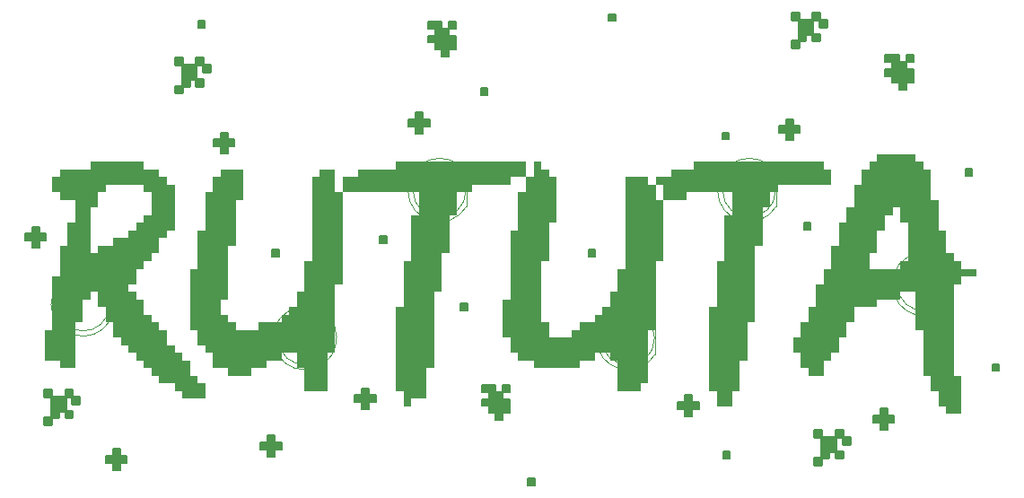
<source format=gbr>
%TF.GenerationSoftware,KiCad,Pcbnew,(6.0.2)*%
%TF.CreationDate,2022-03-15T12:48:44+01:00*%
%TF.ProjectId,ruetueta-pcb,72756574-7565-4746-912d-7063622e6b69,rev?*%
%TF.SameCoordinates,Original*%
%TF.FileFunction,Legend,Top*%
%TF.FilePolarity,Positive*%
%FSLAX46Y46*%
G04 Gerber Fmt 4.6, Leading zero omitted, Abs format (unit mm)*
G04 Created by KiCad (PCBNEW (6.0.2)) date 2022-03-15 12:48:44*
%MOMM*%
%LPD*%
G01*
G04 APERTURE LIST*
%ADD10C,0.264582*%
%ADD11C,0.132291*%
%ADD12C,0.120000*%
%ADD13O,1.600000X3.175000*%
%ADD14O,3.175000X1.600000*%
%ADD15O,3.175000X2.120000*%
%ADD16R,3.175000X2.120000*%
%ADD17R,2.705000X1.600000*%
%ADD18O,2.610000X1.600000*%
%ADD19R,2.020000X1.270000*%
%ADD20O,2.655000X1.270000*%
%ADD21O,2.020000X1.270000*%
%ADD22R,1.600000X2.705000*%
%ADD23O,1.600000X2.610000*%
%ADD24R,2.170000X2.805000*%
%ADD25O,2.805000X2.805000*%
G04 APERTURE END LIST*
D10*
%TO.C,REF\u002A\u002A*%
X234205399Y-69073068D02*
X234205399Y-69734526D01*
X234205399Y-69734526D02*
X234866857Y-69734526D01*
X234866857Y-69734526D02*
X234866857Y-69073068D01*
X234866857Y-69073068D02*
X234205399Y-69073068D01*
X234205399Y-69073068D02*
X234205399Y-69073068D01*
G36*
X234866857Y-69734526D02*
G01*
X234205399Y-69734526D01*
X234205399Y-69073068D01*
X234866857Y-69073068D01*
X234866857Y-69734526D01*
G37*
X234866857Y-69734526D02*
X234205399Y-69734526D01*
X234205399Y-69073068D01*
X234866857Y-69073068D01*
X234866857Y-69734526D01*
X234866857Y-67750151D02*
X234866857Y-68411610D01*
X234866857Y-68411610D02*
X235528316Y-68411610D01*
X235528316Y-68411610D02*
X235528316Y-67750151D01*
X235528316Y-67750151D02*
X234866857Y-67750151D01*
X234866857Y-67750151D02*
X234866857Y-67750151D01*
G36*
X235528316Y-68411610D02*
G01*
X234866857Y-68411610D01*
X234866857Y-67750151D01*
X235528316Y-67750151D01*
X235528316Y-68411610D01*
G37*
X235528316Y-68411610D02*
X234866857Y-68411610D01*
X234866857Y-67750151D01*
X235528316Y-67750151D01*
X235528316Y-68411610D01*
X234205399Y-67750151D02*
X234866857Y-67750151D01*
X234866857Y-67750151D02*
X234866857Y-67088693D01*
X234866857Y-67088693D02*
X234205399Y-67088693D01*
X234205399Y-67088693D02*
X234205399Y-67750151D01*
X234205399Y-67750151D02*
X234205399Y-67750151D01*
G36*
X234866857Y-67750151D02*
G01*
X234205399Y-67750151D01*
X234205399Y-67088693D01*
X234866857Y-67088693D01*
X234866857Y-67750151D01*
G37*
X234866857Y-67750151D02*
X234205399Y-67750151D01*
X234205399Y-67088693D01*
X234866857Y-67088693D01*
X234866857Y-67750151D01*
X232221024Y-67088693D02*
X232221024Y-67750151D01*
X232221024Y-67750151D02*
X232882482Y-67750151D01*
X232882482Y-67750151D02*
X232882482Y-67088693D01*
X232882482Y-67088693D02*
X232221024Y-67088693D01*
X232221024Y-67088693D02*
X232221024Y-67088693D01*
G36*
X232882482Y-67750151D02*
G01*
X232221024Y-67750151D01*
X232221024Y-67088693D01*
X232882482Y-67088693D01*
X232882482Y-67750151D01*
G37*
X232882482Y-67750151D02*
X232221024Y-67750151D01*
X232221024Y-67088693D01*
X232882482Y-67088693D01*
X232882482Y-67750151D01*
X232882482Y-67750151D02*
X232882482Y-69073068D01*
X232882482Y-69073068D02*
X232882482Y-69734526D01*
X232882482Y-69734526D02*
X233543941Y-69734526D01*
X233543941Y-69734526D02*
X233543941Y-69073068D01*
X233543941Y-69073068D02*
X234205399Y-69073068D01*
X234205399Y-69073068D02*
X234205399Y-68411610D01*
X234205399Y-68411610D02*
X234205399Y-67750151D01*
X234205399Y-67750151D02*
X232882482Y-67750151D01*
X232882482Y-67750151D02*
X232882482Y-67750151D01*
G36*
X234205399Y-69073068D02*
G01*
X233543941Y-69073068D01*
X233543941Y-69734526D01*
X232882482Y-69734526D01*
X232882482Y-67750151D01*
X234205399Y-67750151D01*
X234205399Y-69073068D01*
G37*
X234205399Y-69073068D02*
X233543941Y-69073068D01*
X233543941Y-69734526D01*
X232882482Y-69734526D01*
X232882482Y-67750151D01*
X234205399Y-67750151D01*
X234205399Y-69073068D01*
X232882482Y-69734526D02*
X232221024Y-69734526D01*
X232221024Y-69734526D02*
X232221024Y-70395985D01*
X232221024Y-70395985D02*
X232882482Y-70395985D01*
X232882482Y-70395985D02*
X232882482Y-69734526D01*
X232882482Y-69734526D02*
X232882482Y-69734526D01*
G36*
X232882482Y-70395985D02*
G01*
X232221024Y-70395985D01*
X232221024Y-69734526D01*
X232882482Y-69734526D01*
X232882482Y-70395985D01*
G37*
X232882482Y-70395985D02*
X232221024Y-70395985D01*
X232221024Y-69734526D01*
X232882482Y-69734526D01*
X232882482Y-70395985D01*
D11*
X240880399Y-33018350D02*
X241541858Y-33018350D01*
X241541858Y-33018350D02*
X241541858Y-34341266D01*
X241541858Y-34341266D02*
X240880399Y-34341266D01*
X240880399Y-34341266D02*
X240880399Y-33018350D01*
X240880399Y-33018350D02*
X240880399Y-33018350D01*
G36*
X241541858Y-34341266D02*
G01*
X240880399Y-34341266D01*
X240880399Y-33018350D01*
X241541858Y-33018350D01*
X241541858Y-34341266D01*
G37*
X241541858Y-34341266D02*
X240880399Y-34341266D01*
X240880399Y-33018350D01*
X241541858Y-33018350D01*
X241541858Y-34341266D01*
X240218941Y-33679808D02*
X240880399Y-33679808D01*
X240880399Y-33679808D02*
X240880399Y-35002725D01*
X240880399Y-35002725D02*
X240218941Y-35002725D01*
X240218941Y-35002725D02*
X240218941Y-33679808D01*
X240218941Y-33679808D02*
X240218941Y-33679808D01*
G36*
X240880399Y-35002725D02*
G01*
X240218941Y-35002725D01*
X240218941Y-33679808D01*
X240880399Y-33679808D01*
X240880399Y-35002725D01*
G37*
X240880399Y-35002725D02*
X240218941Y-35002725D01*
X240218941Y-33679808D01*
X240880399Y-33679808D01*
X240880399Y-35002725D01*
X239557483Y-32356891D02*
X240880399Y-32356891D01*
X240880399Y-32356891D02*
X240880399Y-33679808D01*
X240880399Y-33679808D02*
X239557483Y-33679808D01*
X239557483Y-33679808D02*
X239557483Y-32356891D01*
X239557483Y-32356891D02*
X239557483Y-32356891D01*
G36*
X240880399Y-33679808D02*
G01*
X239557483Y-33679808D01*
X239557483Y-32356891D01*
X240880399Y-32356891D01*
X240880399Y-33679808D01*
G37*
X240880399Y-33679808D02*
X239557483Y-33679808D01*
X239557483Y-32356891D01*
X240880399Y-32356891D01*
X240880399Y-33679808D01*
X240880399Y-31695433D02*
X241541858Y-31695433D01*
X241541858Y-31695433D02*
X241541858Y-32356891D01*
X241541858Y-32356891D02*
X240880399Y-32356891D01*
X240880399Y-32356891D02*
X240880399Y-31695433D01*
X240880399Y-31695433D02*
X240880399Y-31695433D01*
G36*
X241541858Y-32356891D02*
G01*
X240880399Y-32356891D01*
X240880399Y-31695433D01*
X241541858Y-31695433D01*
X241541858Y-32356891D01*
G37*
X241541858Y-32356891D02*
X240880399Y-32356891D01*
X240880399Y-31695433D01*
X241541858Y-31695433D01*
X241541858Y-32356891D01*
X238896024Y-33018350D02*
X239557483Y-33018350D01*
X239557483Y-33018350D02*
X239557483Y-33679808D01*
X239557483Y-33679808D02*
X238896024Y-33679808D01*
X238896024Y-33679808D02*
X238896024Y-33018350D01*
X238896024Y-33018350D02*
X238896024Y-33018350D01*
G36*
X239557483Y-33679808D02*
G01*
X238896024Y-33679808D01*
X238896024Y-33018350D01*
X239557483Y-33018350D01*
X239557483Y-33679808D01*
G37*
X239557483Y-33679808D02*
X238896024Y-33679808D01*
X238896024Y-33018350D01*
X239557483Y-33018350D01*
X239557483Y-33679808D01*
X239557483Y-33679808D02*
X240218941Y-33679808D01*
X240218941Y-33679808D02*
X240218941Y-34341266D01*
X240218941Y-34341266D02*
X239557483Y-34341266D01*
X239557483Y-34341266D02*
X239557483Y-33679808D01*
X239557483Y-33679808D02*
X239557483Y-33679808D01*
G36*
X240218941Y-34341266D02*
G01*
X239557483Y-34341266D01*
X239557483Y-33679808D01*
X240218941Y-33679808D01*
X240218941Y-34341266D01*
G37*
X240218941Y-34341266D02*
X239557483Y-34341266D01*
X239557483Y-33679808D01*
X240218941Y-33679808D01*
X240218941Y-34341266D01*
X238896024Y-31695433D02*
X240218941Y-31695433D01*
X240218941Y-31695433D02*
X240218941Y-32356891D01*
X240218941Y-32356891D02*
X238896024Y-32356891D01*
X238896024Y-32356891D02*
X238896024Y-31695433D01*
X238896024Y-31695433D02*
X238896024Y-31695433D01*
G36*
X240218941Y-32356891D02*
G01*
X238896024Y-32356891D01*
X238896024Y-31695433D01*
X240218941Y-31695433D01*
X240218941Y-32356891D01*
G37*
X240218941Y-32356891D02*
X238896024Y-32356891D01*
X238896024Y-31695433D01*
X240218941Y-31695433D01*
X240218941Y-32356891D01*
D12*
%TO.C,D2*%
X217190000Y-59965000D02*
X217190000Y-56875000D01*
X211640000Y-58419538D02*
G75*
G03*
X217190000Y-59964830I2990000J-462D01*
G01*
X217190000Y-56875170D02*
G75*
G03*
X211640000Y-58420462I-2560000J-1544830D01*
G01*
X217130000Y-58420000D02*
G75*
G03*
X217130000Y-58420000I-2500000J0D01*
G01*
%TO.C,D5*%
X199410000Y-45995000D02*
X199410000Y-42905000D01*
X193860000Y-44449538D02*
G75*
G03*
X199410000Y-45994830I2990000J-462D01*
G01*
X199410000Y-42905170D02*
G75*
G03*
X193860000Y-44450462I-2560000J-1544830D01*
G01*
X199350000Y-44450000D02*
G75*
G03*
X199350000Y-44450000I-2500000J0D01*
G01*
D11*
%TO.C,REF\u002A\u002A*%
X180640243Y-67593433D02*
X180640243Y-68254892D01*
X180640243Y-68254892D02*
X179978784Y-68254892D01*
X179978784Y-68254892D02*
X179978784Y-68916350D01*
X179978784Y-68916350D02*
X180640243Y-68916350D01*
X180640243Y-68916350D02*
X180640243Y-69577808D01*
X180640243Y-69577808D02*
X181301701Y-69577808D01*
X181301701Y-69577808D02*
X181301701Y-68916350D01*
X181301701Y-68916350D02*
X181963159Y-68916350D01*
X181963159Y-68916350D02*
X181963159Y-68254892D01*
X181963159Y-68254892D02*
X181301701Y-68254892D01*
X181301701Y-68254892D02*
X181301701Y-67593433D01*
X181301701Y-67593433D02*
X180640243Y-67593433D01*
X180640243Y-67593433D02*
X180640243Y-67593433D01*
G36*
X181301701Y-68254892D02*
G01*
X181963159Y-68254892D01*
X181963159Y-68916350D01*
X181301701Y-68916350D01*
X181301701Y-69577808D01*
X180640243Y-69577808D01*
X180640243Y-68916350D01*
X179978784Y-68916350D01*
X179978784Y-68254892D01*
X180640243Y-68254892D01*
X180640243Y-67593433D01*
X181301701Y-67593433D01*
X181301701Y-68254892D01*
G37*
X181301701Y-68254892D02*
X181963159Y-68254892D01*
X181963159Y-68916350D01*
X181301701Y-68916350D01*
X181301701Y-69577808D01*
X180640243Y-69577808D01*
X180640243Y-68916350D01*
X179978784Y-68916350D01*
X179978784Y-68254892D01*
X180640243Y-68254892D01*
X180640243Y-67593433D01*
X181301701Y-67593433D01*
X181301701Y-68254892D01*
D12*
%TO.C,D1*%
X165755000Y-56790000D02*
X165755000Y-53700000D01*
X165755000Y-53700170D02*
G75*
G03*
X160205000Y-55245462I-2560000J-1544830D01*
G01*
X160205000Y-55244538D02*
G75*
G03*
X165755000Y-56789830I2990000J-462D01*
G01*
X165695000Y-55245000D02*
G75*
G03*
X165695000Y-55245000I-2500000J0D01*
G01*
D10*
%TO.C,REF\u002A\u002A*%
X173880399Y-32630301D02*
X174541857Y-32630301D01*
X174541857Y-32630301D02*
X174541857Y-31968843D01*
X174541857Y-31968843D02*
X173880399Y-31968843D01*
X173880399Y-31968843D02*
X173880399Y-32630301D01*
X173880399Y-32630301D02*
X173880399Y-32630301D01*
G36*
X174541857Y-32630301D02*
G01*
X173880399Y-32630301D01*
X173880399Y-31968843D01*
X174541857Y-31968843D01*
X174541857Y-32630301D01*
G37*
X174541857Y-32630301D02*
X173880399Y-32630301D01*
X173880399Y-31968843D01*
X174541857Y-31968843D01*
X174541857Y-32630301D01*
X172557482Y-32630301D02*
X172557482Y-33953218D01*
X172557482Y-33953218D02*
X172557482Y-34614676D01*
X172557482Y-34614676D02*
X173218941Y-34614676D01*
X173218941Y-34614676D02*
X173218941Y-33953218D01*
X173218941Y-33953218D02*
X173880399Y-33953218D01*
X173880399Y-33953218D02*
X173880399Y-33291760D01*
X173880399Y-33291760D02*
X173880399Y-32630301D01*
X173880399Y-32630301D02*
X172557482Y-32630301D01*
X172557482Y-32630301D02*
X172557482Y-32630301D01*
G36*
X173880399Y-33953218D02*
G01*
X173218941Y-33953218D01*
X173218941Y-34614676D01*
X172557482Y-34614676D01*
X172557482Y-32630301D01*
X173880399Y-32630301D01*
X173880399Y-33953218D01*
G37*
X173880399Y-33953218D02*
X173218941Y-33953218D01*
X173218941Y-34614676D01*
X172557482Y-34614676D01*
X172557482Y-32630301D01*
X173880399Y-32630301D01*
X173880399Y-33953218D01*
X171896024Y-31968843D02*
X171896024Y-32630301D01*
X171896024Y-32630301D02*
X172557482Y-32630301D01*
X172557482Y-32630301D02*
X172557482Y-31968843D01*
X172557482Y-31968843D02*
X171896024Y-31968843D01*
X171896024Y-31968843D02*
X171896024Y-31968843D01*
G36*
X172557482Y-32630301D02*
G01*
X171896024Y-32630301D01*
X171896024Y-31968843D01*
X172557482Y-31968843D01*
X172557482Y-32630301D01*
G37*
X172557482Y-32630301D02*
X171896024Y-32630301D01*
X171896024Y-31968843D01*
X172557482Y-31968843D01*
X172557482Y-32630301D01*
X173880399Y-33953218D02*
X173880399Y-34614676D01*
X173880399Y-34614676D02*
X174541857Y-34614676D01*
X174541857Y-34614676D02*
X174541857Y-33953218D01*
X174541857Y-33953218D02*
X173880399Y-33953218D01*
X173880399Y-33953218D02*
X173880399Y-33953218D01*
G36*
X174541857Y-34614676D02*
G01*
X173880399Y-34614676D01*
X173880399Y-33953218D01*
X174541857Y-33953218D01*
X174541857Y-34614676D01*
G37*
X174541857Y-34614676D02*
X173880399Y-34614676D01*
X173880399Y-33953218D01*
X174541857Y-33953218D01*
X174541857Y-34614676D01*
X172557482Y-34614676D02*
X171896024Y-34614676D01*
X171896024Y-34614676D02*
X171896024Y-35276135D01*
X171896024Y-35276135D02*
X172557482Y-35276135D01*
X172557482Y-35276135D02*
X172557482Y-34614676D01*
X172557482Y-34614676D02*
X172557482Y-34614676D01*
G36*
X172557482Y-35276135D02*
G01*
X171896024Y-35276135D01*
X171896024Y-34614676D01*
X172557482Y-34614676D01*
X172557482Y-35276135D01*
G37*
X172557482Y-35276135D02*
X171896024Y-35276135D01*
X171896024Y-34614676D01*
X172557482Y-34614676D01*
X172557482Y-35276135D01*
X174541857Y-32630301D02*
X174541857Y-33291760D01*
X174541857Y-33291760D02*
X175203316Y-33291760D01*
X175203316Y-33291760D02*
X175203316Y-32630301D01*
X175203316Y-32630301D02*
X174541857Y-32630301D01*
X174541857Y-32630301D02*
X174541857Y-32630301D01*
G36*
X175203316Y-33291760D02*
G01*
X174541857Y-33291760D01*
X174541857Y-32630301D01*
X175203316Y-32630301D01*
X175203316Y-33291760D01*
G37*
X175203316Y-33291760D02*
X174541857Y-33291760D01*
X174541857Y-32630301D01*
X175203316Y-32630301D01*
X175203316Y-33291760D01*
D12*
%TO.C,D3*%
X185695000Y-55860000D02*
X182605000Y-55860000D01*
X184149538Y-61410000D02*
G75*
G03*
X185694830Y-55860000I462J2990000D01*
G01*
X182605170Y-55860000D02*
G75*
G03*
X184150462Y-61410000I1544830J-2560000D01*
G01*
X186650000Y-58420000D02*
G75*
G03*
X186650000Y-58420000I-2500000J0D01*
G01*
D11*
%TO.C,REF\u002A\u002A*%
X158415243Y-47908433D02*
X158415243Y-48569892D01*
X158415243Y-48569892D02*
X157753784Y-48569892D01*
X157753784Y-48569892D02*
X157753784Y-49231350D01*
X157753784Y-49231350D02*
X158415243Y-49231350D01*
X158415243Y-49231350D02*
X158415243Y-49892808D01*
X158415243Y-49892808D02*
X159076701Y-49892808D01*
X159076701Y-49892808D02*
X159076701Y-49231350D01*
X159076701Y-49231350D02*
X159738159Y-49231350D01*
X159738159Y-49231350D02*
X159738159Y-48569892D01*
X159738159Y-48569892D02*
X159076701Y-48569892D01*
X159076701Y-48569892D02*
X159076701Y-47908433D01*
X159076701Y-47908433D02*
X158415243Y-47908433D01*
X158415243Y-47908433D02*
X158415243Y-47908433D01*
G36*
X159076701Y-48569892D02*
G01*
X159738159Y-48569892D01*
X159738159Y-49231350D01*
X159076701Y-49231350D01*
X159076701Y-49892808D01*
X158415243Y-49892808D01*
X158415243Y-49231350D01*
X157753784Y-49231350D01*
X157753784Y-48569892D01*
X158415243Y-48569892D01*
X158415243Y-47908433D01*
X159076701Y-47908433D01*
X159076701Y-48569892D01*
G37*
X159076701Y-48569892D02*
X159738159Y-48569892D01*
X159738159Y-49231350D01*
X159076701Y-49231350D01*
X159076701Y-49892808D01*
X158415243Y-49892808D01*
X158415243Y-49231350D01*
X157753784Y-49231350D01*
X157753784Y-48569892D01*
X158415243Y-48569892D01*
X158415243Y-47908433D01*
X159076701Y-47908433D01*
X159076701Y-48569892D01*
X205171321Y-71663856D02*
X205832779Y-71663856D01*
X205832779Y-71663856D02*
X205832779Y-72325314D01*
X205832779Y-72325314D02*
X205171321Y-72325314D01*
X205171321Y-72325314D02*
X205171321Y-71663856D01*
X205171321Y-71663856D02*
X205171321Y-71663856D01*
G36*
X205832779Y-72325314D02*
G01*
X205171321Y-72325314D01*
X205171321Y-71663856D01*
X205832779Y-71663856D01*
X205832779Y-72325314D01*
G37*
X205832779Y-72325314D02*
X205171321Y-72325314D01*
X205171321Y-71663856D01*
X205832779Y-71663856D01*
X205832779Y-72325314D01*
X189530243Y-63148433D02*
X189530243Y-63809892D01*
X189530243Y-63809892D02*
X188868784Y-63809892D01*
X188868784Y-63809892D02*
X188868784Y-64471350D01*
X188868784Y-64471350D02*
X189530243Y-64471350D01*
X189530243Y-64471350D02*
X189530243Y-65132808D01*
X189530243Y-65132808D02*
X190191701Y-65132808D01*
X190191701Y-65132808D02*
X190191701Y-64471350D01*
X190191701Y-64471350D02*
X190853159Y-64471350D01*
X190853159Y-64471350D02*
X190853159Y-63809892D01*
X190853159Y-63809892D02*
X190191701Y-63809892D01*
X190191701Y-63809892D02*
X190191701Y-63148433D01*
X190191701Y-63148433D02*
X189530243Y-63148433D01*
X189530243Y-63148433D02*
X189530243Y-63148433D01*
G36*
X190191701Y-63809892D02*
G01*
X190853159Y-63809892D01*
X190853159Y-64471350D01*
X190191701Y-64471350D01*
X190191701Y-65132808D01*
X189530243Y-65132808D01*
X189530243Y-64471350D01*
X188868784Y-64471350D01*
X188868784Y-63809892D01*
X189530243Y-63809892D01*
X189530243Y-63148433D01*
X190191701Y-63148433D01*
X190191701Y-63809892D01*
G37*
X190191701Y-63809892D02*
X190853159Y-63809892D01*
X190853159Y-64471350D01*
X190191701Y-64471350D01*
X190191701Y-65132808D01*
X189530243Y-65132808D01*
X189530243Y-64471350D01*
X188868784Y-64471350D01*
X188868784Y-63809892D01*
X189530243Y-63809892D01*
X189530243Y-63148433D01*
X190191701Y-63148433D01*
X190191701Y-63809892D01*
X166035243Y-68863433D02*
X166035243Y-69524892D01*
X166035243Y-69524892D02*
X165373784Y-69524892D01*
X165373784Y-69524892D02*
X165373784Y-70186350D01*
X165373784Y-70186350D02*
X166035243Y-70186350D01*
X166035243Y-70186350D02*
X166035243Y-70847808D01*
X166035243Y-70847808D02*
X166696701Y-70847808D01*
X166696701Y-70847808D02*
X166696701Y-70186350D01*
X166696701Y-70186350D02*
X167358159Y-70186350D01*
X167358159Y-70186350D02*
X167358159Y-69524892D01*
X167358159Y-69524892D02*
X166696701Y-69524892D01*
X166696701Y-69524892D02*
X166696701Y-68863433D01*
X166696701Y-68863433D02*
X166035243Y-68863433D01*
X166035243Y-68863433D02*
X166035243Y-68863433D01*
G36*
X166696701Y-69524892D02*
G01*
X167358159Y-69524892D01*
X167358159Y-70186350D01*
X166696701Y-70186350D01*
X166696701Y-70847808D01*
X166035243Y-70847808D01*
X166035243Y-70186350D01*
X165373784Y-70186350D01*
X165373784Y-69524892D01*
X166035243Y-69524892D01*
X166035243Y-68863433D01*
X166696701Y-68863433D01*
X166696701Y-69524892D01*
G37*
X166696701Y-69524892D02*
X167358159Y-69524892D01*
X167358159Y-70186350D01*
X166696701Y-70186350D01*
X166696701Y-70847808D01*
X166035243Y-70847808D01*
X166035243Y-70186350D01*
X165373784Y-70186350D01*
X165373784Y-69524892D01*
X166035243Y-69524892D01*
X166035243Y-68863433D01*
X166696701Y-68863433D01*
X166696701Y-69524892D01*
X197740921Y-29867911D02*
X198402380Y-29867911D01*
X198402380Y-29867911D02*
X198402380Y-31190827D01*
X198402380Y-31190827D02*
X197740921Y-31190827D01*
X197740921Y-31190827D02*
X197740921Y-29867911D01*
X197740921Y-29867911D02*
X197740921Y-29867911D01*
G36*
X198402380Y-31190827D02*
G01*
X197740921Y-31190827D01*
X197740921Y-29867911D01*
X198402380Y-29867911D01*
X198402380Y-31190827D01*
G37*
X198402380Y-31190827D02*
X197740921Y-31190827D01*
X197740921Y-29867911D01*
X198402380Y-29867911D01*
X198402380Y-31190827D01*
X196418005Y-30529369D02*
X197079463Y-30529369D01*
X197079463Y-30529369D02*
X197079463Y-31190827D01*
X197079463Y-31190827D02*
X196418005Y-31190827D01*
X196418005Y-31190827D02*
X196418005Y-30529369D01*
X196418005Y-30529369D02*
X196418005Y-30529369D01*
G36*
X197079463Y-31190827D02*
G01*
X196418005Y-31190827D01*
X196418005Y-30529369D01*
X197079463Y-30529369D01*
X197079463Y-31190827D01*
G37*
X197079463Y-31190827D02*
X196418005Y-31190827D01*
X196418005Y-30529369D01*
X197079463Y-30529369D01*
X197079463Y-31190827D01*
X197740921Y-28544994D02*
X198402380Y-28544994D01*
X198402380Y-28544994D02*
X198402380Y-29206452D01*
X198402380Y-29206452D02*
X197740921Y-29206452D01*
X197740921Y-29206452D02*
X197740921Y-28544994D01*
X197740921Y-28544994D02*
X197740921Y-28544994D01*
G36*
X198402380Y-29206452D02*
G01*
X197740921Y-29206452D01*
X197740921Y-28544994D01*
X198402380Y-28544994D01*
X198402380Y-29206452D01*
G37*
X198402380Y-29206452D02*
X197740921Y-29206452D01*
X197740921Y-28544994D01*
X198402380Y-28544994D01*
X198402380Y-29206452D01*
X197079463Y-30529369D02*
X197740921Y-30529369D01*
X197740921Y-30529369D02*
X197740921Y-31852286D01*
X197740921Y-31852286D02*
X197079463Y-31852286D01*
X197079463Y-31852286D02*
X197079463Y-30529369D01*
X197079463Y-30529369D02*
X197079463Y-30529369D01*
G36*
X197740921Y-31852286D02*
G01*
X197079463Y-31852286D01*
X197079463Y-30529369D01*
X197740921Y-30529369D01*
X197740921Y-31852286D01*
G37*
X197740921Y-31852286D02*
X197079463Y-31852286D01*
X197079463Y-30529369D01*
X197740921Y-30529369D01*
X197740921Y-31852286D01*
X195756546Y-29867911D02*
X196418005Y-29867911D01*
X196418005Y-29867911D02*
X196418005Y-30529369D01*
X196418005Y-30529369D02*
X195756546Y-30529369D01*
X195756546Y-30529369D02*
X195756546Y-29867911D01*
X195756546Y-29867911D02*
X195756546Y-29867911D01*
G36*
X196418005Y-30529369D02*
G01*
X195756546Y-30529369D01*
X195756546Y-29867911D01*
X196418005Y-29867911D01*
X196418005Y-30529369D01*
G37*
X196418005Y-30529369D02*
X195756546Y-30529369D01*
X195756546Y-29867911D01*
X196418005Y-29867911D01*
X196418005Y-30529369D01*
X195756546Y-28544994D02*
X197079463Y-28544994D01*
X197079463Y-28544994D02*
X197079463Y-29206452D01*
X197079463Y-29206452D02*
X195756546Y-29206452D01*
X195756546Y-29206452D02*
X195756546Y-28544994D01*
X195756546Y-28544994D02*
X195756546Y-28544994D01*
G36*
X197079463Y-29206452D02*
G01*
X195756546Y-29206452D01*
X195756546Y-28544994D01*
X197079463Y-28544994D01*
X197079463Y-29206452D01*
G37*
X197079463Y-29206452D02*
X195756546Y-29206452D01*
X195756546Y-28544994D01*
X197079463Y-28544994D01*
X197079463Y-29206452D01*
X196418005Y-29206452D02*
X197740921Y-29206452D01*
X197740921Y-29206452D02*
X197740921Y-30529369D01*
X197740921Y-30529369D02*
X196418005Y-30529369D01*
X196418005Y-30529369D02*
X196418005Y-29206452D01*
X196418005Y-29206452D02*
X196418005Y-29206452D01*
G36*
X197740921Y-30529369D02*
G01*
X196418005Y-30529369D01*
X196418005Y-29206452D01*
X197740921Y-29206452D01*
X197740921Y-30529369D01*
G37*
X197740921Y-30529369D02*
X196418005Y-30529369D01*
X196418005Y-29206452D01*
X197740921Y-29206452D01*
X197740921Y-30529369D01*
X231206321Y-47533856D02*
X231867779Y-47533856D01*
X231867779Y-47533856D02*
X231867779Y-48195314D01*
X231867779Y-48195314D02*
X231206321Y-48195314D01*
X231206321Y-48195314D02*
X231206321Y-47533856D01*
X231206321Y-47533856D02*
X231206321Y-47533856D01*
G36*
X231867779Y-48195314D02*
G01*
X231206321Y-48195314D01*
X231206321Y-47533856D01*
X231867779Y-47533856D01*
X231867779Y-48195314D01*
G37*
X231867779Y-48195314D02*
X231206321Y-48195314D01*
X231206321Y-47533856D01*
X231867779Y-47533856D01*
X231867779Y-48195314D01*
X223586321Y-69123856D02*
X224247779Y-69123856D01*
X224247779Y-69123856D02*
X224247779Y-69785314D01*
X224247779Y-69785314D02*
X223586321Y-69785314D01*
X223586321Y-69785314D02*
X223586321Y-69123856D01*
X223586321Y-69123856D02*
X223586321Y-69123856D01*
G36*
X224247779Y-69785314D02*
G01*
X223586321Y-69785314D01*
X223586321Y-69123856D01*
X224247779Y-69123856D01*
X224247779Y-69785314D01*
G37*
X224247779Y-69785314D02*
X223586321Y-69785314D01*
X223586321Y-69123856D01*
X224247779Y-69123856D01*
X224247779Y-69785314D01*
X176195243Y-39018433D02*
X176195243Y-39679892D01*
X176195243Y-39679892D02*
X175533784Y-39679892D01*
X175533784Y-39679892D02*
X175533784Y-40341350D01*
X175533784Y-40341350D02*
X176195243Y-40341350D01*
X176195243Y-40341350D02*
X176195243Y-41002808D01*
X176195243Y-41002808D02*
X176856701Y-41002808D01*
X176856701Y-41002808D02*
X176856701Y-40341350D01*
X176856701Y-40341350D02*
X177518159Y-40341350D01*
X177518159Y-40341350D02*
X177518159Y-39679892D01*
X177518159Y-39679892D02*
X176856701Y-39679892D01*
X176856701Y-39679892D02*
X176856701Y-39018433D01*
X176856701Y-39018433D02*
X176195243Y-39018433D01*
X176195243Y-39018433D02*
X176195243Y-39018433D01*
G36*
X176856701Y-39679892D02*
G01*
X177518159Y-39679892D01*
X177518159Y-40341350D01*
X176856701Y-40341350D01*
X176856701Y-41002808D01*
X176195243Y-41002808D01*
X176195243Y-40341350D01*
X175533784Y-40341350D01*
X175533784Y-39679892D01*
X176195243Y-39679892D01*
X176195243Y-39018433D01*
X176856701Y-39018433D01*
X176856701Y-39679892D01*
G37*
X176856701Y-39679892D02*
X177518159Y-39679892D01*
X177518159Y-40341350D01*
X176856701Y-40341350D01*
X176856701Y-41002808D01*
X176195243Y-41002808D01*
X176195243Y-40341350D01*
X175533784Y-40341350D01*
X175533784Y-39679892D01*
X176195243Y-39679892D01*
X176195243Y-39018433D01*
X176856701Y-39018433D01*
X176856701Y-39679892D01*
X246446321Y-42453856D02*
X247107779Y-42453856D01*
X247107779Y-42453856D02*
X247107779Y-43115314D01*
X247107779Y-43115314D02*
X246446321Y-43115314D01*
X246446321Y-43115314D02*
X246446321Y-42453856D01*
X246446321Y-42453856D02*
X246446321Y-42453856D01*
G36*
X247107779Y-43115314D02*
G01*
X246446321Y-43115314D01*
X246446321Y-42453856D01*
X247107779Y-42453856D01*
X247107779Y-43115314D01*
G37*
X247107779Y-43115314D02*
X246446321Y-43115314D01*
X246446321Y-42453856D01*
X247107779Y-42453856D01*
X247107779Y-43115314D01*
X212791321Y-27848856D02*
X213452779Y-27848856D01*
X213452779Y-27848856D02*
X213452779Y-28510314D01*
X213452779Y-28510314D02*
X212791321Y-28510314D01*
X212791321Y-28510314D02*
X212791321Y-27848856D01*
X212791321Y-27848856D02*
X212791321Y-27848856D01*
G36*
X213452779Y-28510314D02*
G01*
X212791321Y-28510314D01*
X212791321Y-27848856D01*
X213452779Y-27848856D01*
X213452779Y-28510314D01*
G37*
X213452779Y-28510314D02*
X212791321Y-28510314D01*
X212791321Y-27848856D01*
X213452779Y-27848856D01*
X213452779Y-28510314D01*
G36*
X216530497Y-43234043D02*
G01*
X216530497Y-43954610D01*
X217251064Y-43954610D01*
X217251064Y-43234043D01*
X218692199Y-43234043D01*
X218692199Y-42513476D01*
X220853901Y-42513476D01*
X220853901Y-41792908D01*
X233103547Y-41792908D01*
X233103547Y-42513476D01*
X233824114Y-42513476D01*
X233824114Y-43954610D01*
X228780142Y-43954610D01*
X228780142Y-44675178D01*
X228059575Y-44675178D01*
X228059575Y-46116313D01*
X227339008Y-46116313D01*
X227339008Y-49719149D01*
X226618440Y-49719149D01*
X226618440Y-56924823D01*
X225897873Y-56924823D01*
X225897873Y-60527660D01*
X225177305Y-60527660D01*
X225177305Y-63409930D01*
X224456738Y-63409930D01*
X224456738Y-64851064D01*
X223015603Y-64851064D01*
X223015603Y-63409930D01*
X222295036Y-63409930D01*
X222295036Y-55483688D01*
X223015603Y-55483688D01*
X223015603Y-51160284D01*
X223736171Y-51160284D01*
X223736171Y-46836880D01*
X224456738Y-46836880D01*
X224456738Y-44675178D01*
X220133334Y-44675178D01*
X220133334Y-45395745D01*
X217971632Y-45395745D01*
X217971632Y-51160284D01*
X217251064Y-51160284D01*
X217251064Y-57645391D01*
X216530497Y-57645391D01*
X216530497Y-62689362D01*
X215809930Y-62689362D01*
X215809930Y-63409930D01*
X213648227Y-63409930D01*
X213648227Y-60527660D01*
X212927660Y-60527660D01*
X212927660Y-59807093D01*
X211486525Y-59807093D01*
X211486525Y-60527660D01*
X210045391Y-60527660D01*
X210045391Y-61248227D01*
X205721986Y-61248227D01*
X205721986Y-60527660D01*
X204280852Y-60527660D01*
X204280852Y-59807093D01*
X203560284Y-59807093D01*
X203560284Y-58365958D01*
X202839717Y-58365958D01*
X202839717Y-54763121D01*
X203560284Y-54763121D01*
X203560284Y-48278015D01*
X204280852Y-48278015D01*
X204280852Y-44675178D01*
X205001419Y-44675178D01*
X205001419Y-43234043D01*
X205721986Y-43234043D01*
X205721986Y-41792908D01*
X206442554Y-41792908D01*
X206442554Y-42513476D01*
X207163121Y-42513476D01*
X207163121Y-43234043D01*
X207883688Y-43234043D01*
X207883688Y-47557447D01*
X207163121Y-47557447D01*
X207163121Y-51160284D01*
X206442554Y-51160284D01*
X206442554Y-56924823D01*
X207163121Y-56924823D01*
X207163121Y-58365958D01*
X209324823Y-58365958D01*
X209324823Y-57645391D01*
X210045391Y-57645391D01*
X210045391Y-56924823D01*
X211486525Y-56924823D01*
X211486525Y-56204256D01*
X212207093Y-56204256D01*
X212207093Y-55483688D01*
X212927660Y-55483688D01*
X212927660Y-54042554D01*
X213648227Y-54042554D01*
X213648227Y-51880852D01*
X214368795Y-51880852D01*
X214368795Y-45395745D01*
X217251064Y-45395745D01*
X217971632Y-45395745D01*
X217971632Y-43954610D01*
X217251064Y-43954610D01*
X217251064Y-45395745D01*
X214368795Y-45395745D01*
X214368795Y-43234043D01*
X216530497Y-43234043D01*
G37*
G36*
X161767376Y-49719149D02*
G01*
X161767376Y-47557447D01*
X162487944Y-47557447D01*
X162487944Y-45395745D01*
X161046809Y-45395745D01*
X161046809Y-44675178D01*
X160326242Y-44675178D01*
X160326242Y-43234043D01*
X161046809Y-43234043D01*
X161046809Y-42513476D01*
X163929079Y-42513476D01*
X163929079Y-41792908D01*
X168973050Y-41792908D01*
X168973050Y-42513476D01*
X170414185Y-42513476D01*
X170414185Y-43234043D01*
X171134752Y-43234043D01*
X171134752Y-43954610D01*
X171855320Y-43954610D01*
X171855320Y-48278015D01*
X171134752Y-48278015D01*
X171134752Y-48998582D01*
X170414185Y-48998582D01*
X170414185Y-50439717D01*
X169693618Y-50439717D01*
X169693618Y-51160284D01*
X168973050Y-51160284D01*
X168973050Y-51880852D01*
X168252483Y-51880852D01*
X168252483Y-53321986D01*
X167531915Y-53321986D01*
X167531915Y-54042554D01*
X168252483Y-54042554D01*
X168252483Y-54763121D01*
X168973050Y-54763121D01*
X168973050Y-56204256D01*
X169693618Y-56204256D01*
X169693618Y-56924823D01*
X170414185Y-56924823D01*
X170414185Y-57645391D01*
X171134752Y-57645391D01*
X171134752Y-59086525D01*
X171855320Y-59086525D01*
X171855320Y-59807093D01*
X172575887Y-59807093D01*
X172575887Y-60527660D01*
X173296454Y-60527660D01*
X173296454Y-61968795D01*
X174017022Y-61968795D01*
X174017022Y-62689362D01*
X174737589Y-62689362D01*
X174737589Y-64130497D01*
X172575887Y-64130497D01*
X172575887Y-63409930D01*
X171855320Y-63409930D01*
X171855320Y-62689362D01*
X170414185Y-62689362D01*
X170414185Y-61968795D01*
X169693618Y-61968795D01*
X169693618Y-61248227D01*
X168973050Y-61248227D01*
X168973050Y-60527660D01*
X168252483Y-60527660D01*
X168252483Y-59807093D01*
X167531915Y-59807093D01*
X167531915Y-59086525D01*
X166811348Y-59086525D01*
X166811348Y-58365958D01*
X166090781Y-58365958D01*
X166090781Y-56924823D01*
X165370213Y-56924823D01*
X165370213Y-55483688D01*
X164649646Y-55483688D01*
X164649646Y-54042554D01*
X163929079Y-54042554D01*
X163929079Y-54763121D01*
X163208511Y-54763121D01*
X163208511Y-56924823D01*
X162487944Y-56924823D01*
X162487944Y-61248227D01*
X161046809Y-61248227D01*
X161046809Y-60527660D01*
X159605674Y-60527660D01*
X159605674Y-57645391D01*
X160326242Y-57645391D01*
X160326242Y-52601419D01*
X161046809Y-52601419D01*
X161046809Y-50439717D01*
X163929079Y-50439717D01*
X164649646Y-50439717D01*
X164649646Y-49719149D01*
X166090781Y-49719149D01*
X166090781Y-48998582D01*
X167531915Y-48998582D01*
X167531915Y-48278015D01*
X168252483Y-48278015D01*
X168252483Y-47557447D01*
X168973050Y-47557447D01*
X168973050Y-46836880D01*
X169693618Y-46836880D01*
X169693618Y-44675178D01*
X168973050Y-44675178D01*
X168973050Y-43954610D01*
X165370213Y-43954610D01*
X165370213Y-44675178D01*
X164649646Y-44675178D01*
X164649646Y-46116313D01*
X163929079Y-46116313D01*
X163929079Y-50439717D01*
X161046809Y-50439717D01*
X161046809Y-49719149D01*
X161767376Y-49719149D01*
G37*
G36*
X234544681Y-49719149D02*
G01*
X234544681Y-47557447D01*
X235265249Y-47557447D01*
X235265249Y-46116313D01*
X235985816Y-46116313D01*
X235985816Y-43954610D01*
X236706383Y-43954610D01*
X236706383Y-42513476D01*
X237426951Y-42513476D01*
X237426951Y-41792908D01*
X238147518Y-41792908D01*
X238147518Y-41072341D01*
X241750355Y-41072341D01*
X241750355Y-41792908D01*
X242470922Y-41792908D01*
X242470922Y-42513476D01*
X243191490Y-42513476D01*
X243191490Y-45395745D01*
X243912057Y-45395745D01*
X243912057Y-48278015D01*
X244632625Y-48278015D01*
X244632625Y-50439717D01*
X245353192Y-50439717D01*
X245353192Y-51160284D01*
X246073759Y-51160284D01*
X246073759Y-51880852D01*
X247514894Y-51880852D01*
X247514894Y-52601419D01*
X246073759Y-52601419D01*
X246073759Y-53321986D01*
X245353192Y-53321986D01*
X245353192Y-61968795D01*
X246073759Y-61968795D01*
X246073759Y-65571632D01*
X244632625Y-65571632D01*
X244632625Y-64851064D01*
X243912057Y-64851064D01*
X243912057Y-63409930D01*
X243191490Y-63409930D01*
X243191490Y-61968795D01*
X242470922Y-61968795D01*
X242470922Y-57645391D01*
X241750355Y-57645391D01*
X241750355Y-54042554D01*
X240309220Y-54042554D01*
X240309220Y-54763121D01*
X238147518Y-54763121D01*
X238147518Y-55483688D01*
X235985816Y-55483688D01*
X235985816Y-56924823D01*
X235265249Y-56924823D01*
X235265249Y-58365958D01*
X234544681Y-58365958D01*
X234544681Y-59807093D01*
X233824114Y-59807093D01*
X233824114Y-60527660D01*
X233103547Y-60527660D01*
X233103547Y-61968795D01*
X231662412Y-61968795D01*
X231662412Y-61248227D01*
X230941844Y-61248227D01*
X230941844Y-59807093D01*
X230221277Y-59807093D01*
X230221277Y-58365958D01*
X230941844Y-58365958D01*
X230941844Y-56924823D01*
X231662412Y-56924823D01*
X231662412Y-55483688D01*
X232382979Y-55483688D01*
X232382979Y-53321986D01*
X233103547Y-53321986D01*
X233103547Y-51880852D01*
X233824114Y-51880852D01*
X237426951Y-51880852D01*
X240309220Y-51880852D01*
X240309220Y-51160284D01*
X241029788Y-51160284D01*
X241029788Y-47557447D01*
X240309220Y-47557447D01*
X240309220Y-46116313D01*
X239588653Y-46116313D01*
X239588653Y-46836880D01*
X238868086Y-46836880D01*
X238868086Y-48278015D01*
X238147518Y-48278015D01*
X238147518Y-50439717D01*
X237426951Y-50439717D01*
X237426951Y-51880852D01*
X233824114Y-51880852D01*
X233824114Y-49719149D01*
X234544681Y-49719149D01*
G37*
G36*
X205001419Y-43234043D02*
G01*
X203560284Y-43234043D01*
X203560284Y-43954610D01*
X199957447Y-43954610D01*
X199957447Y-44675178D01*
X198516313Y-44675178D01*
X198516313Y-46836880D01*
X197795745Y-46836880D01*
X197795745Y-50439717D01*
X197075178Y-50439717D01*
X197075178Y-54042554D01*
X196354610Y-54042554D01*
X196354610Y-61248227D01*
X195634043Y-61248227D01*
X195634043Y-64130497D01*
X194192908Y-64130497D01*
X194192908Y-64851064D01*
X193472341Y-64851064D01*
X193472341Y-63409930D01*
X192751774Y-63409930D01*
X192751774Y-55483688D01*
X193472341Y-55483688D01*
X193472341Y-51160284D01*
X194192908Y-51160284D01*
X194192908Y-46836880D01*
X194913476Y-46836880D01*
X194913476Y-44675178D01*
X187707802Y-44675178D01*
X187707802Y-43234043D01*
X189148937Y-43234043D01*
X189148937Y-42513476D01*
X192751774Y-42513476D01*
X192751774Y-41792908D01*
X205001419Y-41792908D01*
X205001419Y-43234043D01*
G37*
G36*
X178340426Y-45395745D02*
G01*
X177619859Y-45395745D01*
X177619859Y-49719149D01*
X176899291Y-49719149D01*
X176899291Y-54763121D01*
X176178724Y-54763121D01*
X176178724Y-56204256D01*
X176899291Y-56204256D01*
X176899291Y-56924823D01*
X177619859Y-56924823D01*
X177619859Y-57645391D01*
X179781561Y-57645391D01*
X179781561Y-56924823D01*
X181943263Y-56924823D01*
X181943263Y-56204256D01*
X182663830Y-56204256D01*
X182663830Y-55483688D01*
X183384398Y-55483688D01*
X183384398Y-54042554D01*
X184104965Y-54042554D01*
X184104965Y-51160284D01*
X184825532Y-51160284D01*
X184825532Y-43234043D01*
X185546100Y-43234043D01*
X185546100Y-42513476D01*
X186987235Y-42513476D01*
X186987235Y-44675178D01*
X187707802Y-44675178D01*
X187707802Y-53321986D01*
X186987235Y-53321986D01*
X186987235Y-59807093D01*
X186266667Y-59807093D01*
X186266667Y-63409930D01*
X184104965Y-63409930D01*
X184104965Y-61248227D01*
X183384398Y-61248227D01*
X183384398Y-59807093D01*
X181943263Y-59807093D01*
X181943263Y-60527660D01*
X180502128Y-60527660D01*
X180502128Y-61248227D01*
X179060993Y-61248227D01*
X179060993Y-61968795D01*
X176899291Y-61968795D01*
X176899291Y-61248227D01*
X175458157Y-61248227D01*
X175458157Y-59807093D01*
X174737589Y-59807093D01*
X174737589Y-59086525D01*
X174017022Y-59086525D01*
X174017022Y-57645391D01*
X173296454Y-57645391D01*
X173296454Y-51880852D01*
X174017022Y-51880852D01*
X174017022Y-48278015D01*
X174737589Y-48278015D01*
X174737589Y-44675178D01*
X175458157Y-44675178D01*
X175458157Y-43234043D01*
X176178724Y-43234043D01*
X176178724Y-42513476D01*
X178340426Y-42513476D01*
X178340426Y-45395745D01*
G37*
X223512545Y-39025826D02*
X224174003Y-39025826D01*
X224174003Y-39025826D02*
X224174003Y-39687284D01*
X224174003Y-39687284D02*
X223512545Y-39687284D01*
X223512545Y-39687284D02*
X223512545Y-39025826D01*
X223512545Y-39025826D02*
X223512545Y-39025826D01*
G36*
X224174003Y-39687284D02*
G01*
X223512545Y-39687284D01*
X223512545Y-39025826D01*
X224174003Y-39025826D01*
X224174003Y-39687284D01*
G37*
X224174003Y-39687284D02*
X223512545Y-39687284D01*
X223512545Y-39025826D01*
X224174003Y-39025826D01*
X224174003Y-39687284D01*
X194610243Y-37113433D02*
X194610243Y-37774892D01*
X194610243Y-37774892D02*
X193948784Y-37774892D01*
X193948784Y-37774892D02*
X193948784Y-38436350D01*
X193948784Y-38436350D02*
X194610243Y-38436350D01*
X194610243Y-38436350D02*
X194610243Y-39097808D01*
X194610243Y-39097808D02*
X195271701Y-39097808D01*
X195271701Y-39097808D02*
X195271701Y-38436350D01*
X195271701Y-38436350D02*
X195933159Y-38436350D01*
X195933159Y-38436350D02*
X195933159Y-37774892D01*
X195933159Y-37774892D02*
X195271701Y-37774892D01*
X195271701Y-37774892D02*
X195271701Y-37113433D01*
X195271701Y-37113433D02*
X194610243Y-37113433D01*
X194610243Y-37113433D02*
X194610243Y-37113433D01*
G36*
X195271701Y-37774892D02*
G01*
X195933159Y-37774892D01*
X195933159Y-38436350D01*
X195271701Y-38436350D01*
X195271701Y-39097808D01*
X194610243Y-39097808D01*
X194610243Y-38436350D01*
X193948784Y-38436350D01*
X193948784Y-37774892D01*
X194610243Y-37774892D01*
X194610243Y-37113433D01*
X195271701Y-37113433D01*
X195271701Y-37774892D01*
G37*
X195271701Y-37774892D02*
X195933159Y-37774892D01*
X195933159Y-38436350D01*
X195271701Y-38436350D01*
X195271701Y-39097808D01*
X194610243Y-39097808D01*
X194610243Y-38436350D01*
X193948784Y-38436350D01*
X193948784Y-37774892D01*
X194610243Y-37774892D01*
X194610243Y-37113433D01*
X195271701Y-37113433D01*
X195271701Y-37774892D01*
X198821321Y-55153856D02*
X199482779Y-55153856D01*
X199482779Y-55153856D02*
X199482779Y-55815314D01*
X199482779Y-55815314D02*
X198821321Y-55815314D01*
X198821321Y-55815314D02*
X198821321Y-55153856D01*
X198821321Y-55153856D02*
X198821321Y-55153856D01*
G36*
X199482779Y-55815314D02*
G01*
X198821321Y-55815314D01*
X198821321Y-55153856D01*
X199482779Y-55153856D01*
X199482779Y-55815314D01*
G37*
X199482779Y-55815314D02*
X198821321Y-55815314D01*
X198821321Y-55153856D01*
X199482779Y-55153856D01*
X199482779Y-55815314D01*
X200726321Y-34833856D02*
X201387779Y-34833856D01*
X201387779Y-34833856D02*
X201387779Y-35495314D01*
X201387779Y-35495314D02*
X200726321Y-35495314D01*
X200726321Y-35495314D02*
X200726321Y-34833856D01*
X200726321Y-34833856D02*
X200726321Y-34833856D01*
G36*
X201387779Y-35495314D02*
G01*
X200726321Y-35495314D01*
X200726321Y-34833856D01*
X201387779Y-34833856D01*
X201387779Y-35495314D01*
G37*
X201387779Y-35495314D02*
X200726321Y-35495314D01*
X200726321Y-34833856D01*
X201387779Y-34833856D01*
X201387779Y-35495314D01*
X202159463Y-64819369D02*
X202820921Y-64819369D01*
X202820921Y-64819369D02*
X202820921Y-66142286D01*
X202820921Y-66142286D02*
X202159463Y-66142286D01*
X202159463Y-66142286D02*
X202159463Y-64819369D01*
X202159463Y-64819369D02*
X202159463Y-64819369D01*
G36*
X202820921Y-66142286D02*
G01*
X202159463Y-66142286D01*
X202159463Y-64819369D01*
X202820921Y-64819369D01*
X202820921Y-66142286D01*
G37*
X202820921Y-66142286D02*
X202159463Y-66142286D01*
X202159463Y-64819369D01*
X202820921Y-64819369D01*
X202820921Y-66142286D01*
X202820921Y-64157911D02*
X203482380Y-64157911D01*
X203482380Y-64157911D02*
X203482380Y-65480827D01*
X203482380Y-65480827D02*
X202820921Y-65480827D01*
X202820921Y-65480827D02*
X202820921Y-64157911D01*
X202820921Y-64157911D02*
X202820921Y-64157911D01*
G36*
X203482380Y-65480827D02*
G01*
X202820921Y-65480827D01*
X202820921Y-64157911D01*
X203482380Y-64157911D01*
X203482380Y-65480827D01*
G37*
X203482380Y-65480827D02*
X202820921Y-65480827D01*
X202820921Y-64157911D01*
X203482380Y-64157911D01*
X203482380Y-65480827D01*
X200836546Y-64157911D02*
X201498005Y-64157911D01*
X201498005Y-64157911D02*
X201498005Y-64819369D01*
X201498005Y-64819369D02*
X200836546Y-64819369D01*
X200836546Y-64819369D02*
X200836546Y-64157911D01*
X200836546Y-64157911D02*
X200836546Y-64157911D01*
G36*
X201498005Y-64819369D02*
G01*
X200836546Y-64819369D01*
X200836546Y-64157911D01*
X201498005Y-64157911D01*
X201498005Y-64819369D01*
G37*
X201498005Y-64819369D02*
X200836546Y-64819369D01*
X200836546Y-64157911D01*
X201498005Y-64157911D01*
X201498005Y-64819369D01*
X201498005Y-63496452D02*
X202820921Y-63496452D01*
X202820921Y-63496452D02*
X202820921Y-64819369D01*
X202820921Y-64819369D02*
X201498005Y-64819369D01*
X201498005Y-64819369D02*
X201498005Y-63496452D01*
X201498005Y-63496452D02*
X201498005Y-63496452D01*
G36*
X202820921Y-64819369D02*
G01*
X201498005Y-64819369D01*
X201498005Y-63496452D01*
X202820921Y-63496452D01*
X202820921Y-64819369D01*
G37*
X202820921Y-64819369D02*
X201498005Y-64819369D01*
X201498005Y-63496452D01*
X202820921Y-63496452D01*
X202820921Y-64819369D01*
X200836546Y-62834994D02*
X202159463Y-62834994D01*
X202159463Y-62834994D02*
X202159463Y-63496452D01*
X202159463Y-63496452D02*
X200836546Y-63496452D01*
X200836546Y-63496452D02*
X200836546Y-62834994D01*
X200836546Y-62834994D02*
X200836546Y-62834994D01*
G36*
X202159463Y-63496452D02*
G01*
X200836546Y-63496452D01*
X200836546Y-62834994D01*
X202159463Y-62834994D01*
X202159463Y-63496452D01*
G37*
X202159463Y-63496452D02*
X200836546Y-63496452D01*
X200836546Y-62834994D01*
X202159463Y-62834994D01*
X202159463Y-63496452D01*
X201498005Y-64819369D02*
X202159463Y-64819369D01*
X202159463Y-64819369D02*
X202159463Y-65480827D01*
X202159463Y-65480827D02*
X201498005Y-65480827D01*
X201498005Y-65480827D02*
X201498005Y-64819369D01*
X201498005Y-64819369D02*
X201498005Y-64819369D01*
G36*
X202159463Y-65480827D02*
G01*
X201498005Y-65480827D01*
X201498005Y-64819369D01*
X202159463Y-64819369D01*
X202159463Y-65480827D01*
G37*
X202159463Y-65480827D02*
X201498005Y-65480827D01*
X201498005Y-64819369D01*
X202159463Y-64819369D01*
X202159463Y-65480827D01*
X202820921Y-62834994D02*
X203482380Y-62834994D01*
X203482380Y-62834994D02*
X203482380Y-63496452D01*
X203482380Y-63496452D02*
X202820921Y-63496452D01*
X202820921Y-63496452D02*
X202820921Y-62834994D01*
X202820921Y-62834994D02*
X202820921Y-62834994D01*
G36*
X203482380Y-63496452D02*
G01*
X202820921Y-63496452D01*
X202820921Y-62834994D01*
X203482380Y-62834994D01*
X203482380Y-63496452D01*
G37*
X203482380Y-63496452D02*
X202820921Y-63496452D01*
X202820921Y-62834994D01*
X203482380Y-62834994D01*
X203482380Y-63496452D01*
D12*
%TO.C,D4*%
X228620000Y-45995000D02*
X228620000Y-42905000D01*
X228620000Y-42905170D02*
G75*
G03*
X223070000Y-44450462I-2560000J-1544830D01*
G01*
X223070000Y-44449538D02*
G75*
G03*
X228620000Y-45994830I2990000J-462D01*
G01*
X228560000Y-44450000D02*
G75*
G03*
X228560000Y-44450000I-2500000J0D01*
G01*
D11*
%TO.C,REF\u002A\u002A*%
X174056321Y-28483856D02*
X174717779Y-28483856D01*
X174717779Y-28483856D02*
X174717779Y-29145314D01*
X174717779Y-29145314D02*
X174056321Y-29145314D01*
X174056321Y-29145314D02*
X174056321Y-28483856D01*
X174056321Y-28483856D02*
X174056321Y-28483856D01*
G36*
X174717779Y-29145314D02*
G01*
X174056321Y-29145314D01*
X174056321Y-28483856D01*
X174717779Y-28483856D01*
X174717779Y-29145314D01*
G37*
X174717779Y-29145314D02*
X174056321Y-29145314D01*
X174056321Y-28483856D01*
X174717779Y-28483856D01*
X174717779Y-29145314D01*
X229535243Y-37748433D02*
X229535243Y-38409892D01*
X229535243Y-38409892D02*
X228873784Y-38409892D01*
X228873784Y-38409892D02*
X228873784Y-39071350D01*
X228873784Y-39071350D02*
X229535243Y-39071350D01*
X229535243Y-39071350D02*
X229535243Y-39732808D01*
X229535243Y-39732808D02*
X230196701Y-39732808D01*
X230196701Y-39732808D02*
X230196701Y-39071350D01*
X230196701Y-39071350D02*
X230858159Y-39071350D01*
X230858159Y-39071350D02*
X230858159Y-38409892D01*
X230858159Y-38409892D02*
X230196701Y-38409892D01*
X230196701Y-38409892D02*
X230196701Y-37748433D01*
X230196701Y-37748433D02*
X229535243Y-37748433D01*
X229535243Y-37748433D02*
X229535243Y-37748433D01*
G36*
X230196701Y-38409892D02*
G01*
X230858159Y-38409892D01*
X230858159Y-39071350D01*
X230196701Y-39071350D01*
X230196701Y-39732808D01*
X229535243Y-39732808D01*
X229535243Y-39071350D01*
X228873784Y-39071350D01*
X228873784Y-38409892D01*
X229535243Y-38409892D01*
X229535243Y-37748433D01*
X230196701Y-37748433D01*
X230196701Y-38409892D01*
G37*
X230196701Y-38409892D02*
X230858159Y-38409892D01*
X230858159Y-39071350D01*
X230196701Y-39071350D01*
X230196701Y-39732808D01*
X229535243Y-39732808D01*
X229535243Y-39071350D01*
X228873784Y-39071350D01*
X228873784Y-38409892D01*
X229535243Y-38409892D01*
X229535243Y-37748433D01*
X230196701Y-37748433D01*
X230196701Y-38409892D01*
X181041321Y-50073856D02*
X181702779Y-50073856D01*
X181702779Y-50073856D02*
X181702779Y-50735314D01*
X181702779Y-50735314D02*
X181041321Y-50735314D01*
X181041321Y-50735314D02*
X181041321Y-50073856D01*
X181041321Y-50073856D02*
X181041321Y-50073856D01*
G36*
X181702779Y-50735314D02*
G01*
X181041321Y-50735314D01*
X181041321Y-50073856D01*
X181702779Y-50073856D01*
X181702779Y-50735314D01*
G37*
X181702779Y-50735314D02*
X181041321Y-50735314D01*
X181041321Y-50073856D01*
X181702779Y-50073856D01*
X181702779Y-50735314D01*
D10*
X161539470Y-65263068D02*
X161539470Y-65924526D01*
X161539470Y-65924526D02*
X162200928Y-65924526D01*
X162200928Y-65924526D02*
X162200928Y-65263068D01*
X162200928Y-65263068D02*
X161539470Y-65263068D01*
X161539470Y-65263068D02*
X161539470Y-65263068D01*
G36*
X162200928Y-65924526D02*
G01*
X161539470Y-65924526D01*
X161539470Y-65263068D01*
X162200928Y-65263068D01*
X162200928Y-65924526D01*
G37*
X162200928Y-65924526D02*
X161539470Y-65924526D01*
X161539470Y-65263068D01*
X162200928Y-65263068D01*
X162200928Y-65924526D01*
X160216553Y-63940151D02*
X160216553Y-65263068D01*
X160216553Y-65263068D02*
X160216553Y-65924526D01*
X160216553Y-65924526D02*
X160878012Y-65924526D01*
X160878012Y-65924526D02*
X160878012Y-65263068D01*
X160878012Y-65263068D02*
X161539470Y-65263068D01*
X161539470Y-65263068D02*
X161539470Y-64601610D01*
X161539470Y-64601610D02*
X161539470Y-63940151D01*
X161539470Y-63940151D02*
X160216553Y-63940151D01*
X160216553Y-63940151D02*
X160216553Y-63940151D01*
G36*
X161539470Y-65263068D02*
G01*
X160878012Y-65263068D01*
X160878012Y-65924526D01*
X160216553Y-65924526D01*
X160216553Y-63940151D01*
X161539470Y-63940151D01*
X161539470Y-65263068D01*
G37*
X161539470Y-65263068D02*
X160878012Y-65263068D01*
X160878012Y-65924526D01*
X160216553Y-65924526D01*
X160216553Y-63940151D01*
X161539470Y-63940151D01*
X161539470Y-65263068D01*
X159555095Y-63278693D02*
X159555095Y-63940151D01*
X159555095Y-63940151D02*
X160216553Y-63940151D01*
X160216553Y-63940151D02*
X160216553Y-63278693D01*
X160216553Y-63278693D02*
X159555095Y-63278693D01*
X159555095Y-63278693D02*
X159555095Y-63278693D01*
G36*
X160216553Y-63940151D02*
G01*
X159555095Y-63940151D01*
X159555095Y-63278693D01*
X160216553Y-63278693D01*
X160216553Y-63940151D01*
G37*
X160216553Y-63940151D02*
X159555095Y-63940151D01*
X159555095Y-63278693D01*
X160216553Y-63278693D01*
X160216553Y-63940151D01*
X161539470Y-63940151D02*
X162200928Y-63940151D01*
X162200928Y-63940151D02*
X162200928Y-63278693D01*
X162200928Y-63278693D02*
X161539470Y-63278693D01*
X161539470Y-63278693D02*
X161539470Y-63940151D01*
X161539470Y-63940151D02*
X161539470Y-63940151D01*
G36*
X162200928Y-63940151D02*
G01*
X161539470Y-63940151D01*
X161539470Y-63278693D01*
X162200928Y-63278693D01*
X162200928Y-63940151D01*
G37*
X162200928Y-63940151D02*
X161539470Y-63940151D01*
X161539470Y-63278693D01*
X162200928Y-63278693D01*
X162200928Y-63940151D01*
X162200928Y-63940151D02*
X162200928Y-64601610D01*
X162200928Y-64601610D02*
X162862387Y-64601610D01*
X162862387Y-64601610D02*
X162862387Y-63940151D01*
X162862387Y-63940151D02*
X162200928Y-63940151D01*
X162200928Y-63940151D02*
X162200928Y-63940151D01*
G36*
X162862387Y-64601610D02*
G01*
X162200928Y-64601610D01*
X162200928Y-63940151D01*
X162862387Y-63940151D01*
X162862387Y-64601610D01*
G37*
X162862387Y-64601610D02*
X162200928Y-64601610D01*
X162200928Y-63940151D01*
X162862387Y-63940151D01*
X162862387Y-64601610D01*
X160216553Y-65924526D02*
X159555095Y-65924526D01*
X159555095Y-65924526D02*
X159555095Y-66585985D01*
X159555095Y-66585985D02*
X160216553Y-66585985D01*
X160216553Y-66585985D02*
X160216553Y-65924526D01*
X160216553Y-65924526D02*
X160216553Y-65924526D01*
G36*
X160216553Y-66585985D02*
G01*
X159555095Y-66585985D01*
X159555095Y-65924526D01*
X160216553Y-65924526D01*
X160216553Y-66585985D01*
G37*
X160216553Y-66585985D02*
X159555095Y-66585985D01*
X159555095Y-65924526D01*
X160216553Y-65924526D01*
X160216553Y-66585985D01*
D11*
X248986321Y-60868856D02*
X249647779Y-60868856D01*
X249647779Y-60868856D02*
X249647779Y-61530314D01*
X249647779Y-61530314D02*
X248986321Y-61530314D01*
X248986321Y-61530314D02*
X248986321Y-60868856D01*
X248986321Y-60868856D02*
X248986321Y-60868856D01*
G36*
X249647779Y-61530314D02*
G01*
X248986321Y-61530314D01*
X248986321Y-60868856D01*
X249647779Y-60868856D01*
X249647779Y-61530314D01*
G37*
X249647779Y-61530314D02*
X248986321Y-61530314D01*
X248986321Y-60868856D01*
X249647779Y-60868856D01*
X249647779Y-61530314D01*
X238425243Y-65053433D02*
X238425243Y-65714892D01*
X238425243Y-65714892D02*
X237763784Y-65714892D01*
X237763784Y-65714892D02*
X237763784Y-66376350D01*
X237763784Y-66376350D02*
X238425243Y-66376350D01*
X238425243Y-66376350D02*
X238425243Y-67037808D01*
X238425243Y-67037808D02*
X239086701Y-67037808D01*
X239086701Y-67037808D02*
X239086701Y-66376350D01*
X239086701Y-66376350D02*
X239748159Y-66376350D01*
X239748159Y-66376350D02*
X239748159Y-65714892D01*
X239748159Y-65714892D02*
X239086701Y-65714892D01*
X239086701Y-65714892D02*
X239086701Y-65053433D01*
X239086701Y-65053433D02*
X238425243Y-65053433D01*
X238425243Y-65053433D02*
X238425243Y-65053433D01*
G36*
X239086701Y-65714892D02*
G01*
X239748159Y-65714892D01*
X239748159Y-66376350D01*
X239086701Y-66376350D01*
X239086701Y-67037808D01*
X238425243Y-67037808D01*
X238425243Y-66376350D01*
X237763784Y-66376350D01*
X237763784Y-65714892D01*
X238425243Y-65714892D01*
X238425243Y-65053433D01*
X239086701Y-65053433D01*
X239086701Y-65714892D01*
G37*
X239086701Y-65714892D02*
X239748159Y-65714892D01*
X239748159Y-66376350D01*
X239086701Y-66376350D01*
X239086701Y-67037808D01*
X238425243Y-67037808D01*
X238425243Y-66376350D01*
X237763784Y-66376350D01*
X237763784Y-65714892D01*
X238425243Y-65714892D01*
X238425243Y-65053433D01*
X239086701Y-65053433D01*
X239086701Y-65714892D01*
X220010243Y-63783433D02*
X220010243Y-64444892D01*
X220010243Y-64444892D02*
X219348784Y-64444892D01*
X219348784Y-64444892D02*
X219348784Y-65106350D01*
X219348784Y-65106350D02*
X220010243Y-65106350D01*
X220010243Y-65106350D02*
X220010243Y-65767808D01*
X220010243Y-65767808D02*
X220671701Y-65767808D01*
X220671701Y-65767808D02*
X220671701Y-65106350D01*
X220671701Y-65106350D02*
X221333159Y-65106350D01*
X221333159Y-65106350D02*
X221333159Y-64444892D01*
X221333159Y-64444892D02*
X220671701Y-64444892D01*
X220671701Y-64444892D02*
X220671701Y-63783433D01*
X220671701Y-63783433D02*
X220010243Y-63783433D01*
X220010243Y-63783433D02*
X220010243Y-63783433D01*
G36*
X220671701Y-64444892D02*
G01*
X221333159Y-64444892D01*
X221333159Y-65106350D01*
X220671701Y-65106350D01*
X220671701Y-65767808D01*
X220010243Y-65767808D01*
X220010243Y-65106350D01*
X219348784Y-65106350D01*
X219348784Y-64444892D01*
X220010243Y-64444892D01*
X220010243Y-63783433D01*
X220671701Y-63783433D01*
X220671701Y-64444892D01*
G37*
X220671701Y-64444892D02*
X221333159Y-64444892D01*
X221333159Y-65106350D01*
X220671701Y-65106350D01*
X220671701Y-65767808D01*
X220010243Y-65767808D01*
X220010243Y-65106350D01*
X219348784Y-65106350D01*
X219348784Y-64444892D01*
X220010243Y-64444892D01*
X220010243Y-63783433D01*
X220671701Y-63783433D01*
X220671701Y-64444892D01*
D12*
%TO.C,D6*%
X245130000Y-54885000D02*
X245130000Y-51795000D01*
X245130000Y-51795170D02*
G75*
G03*
X239580000Y-53340462I-2560000J-1544830D01*
G01*
X239580000Y-53339538D02*
G75*
G03*
X245130000Y-54884830I2990000J-462D01*
G01*
X245070000Y-53340000D02*
G75*
G03*
X245070000Y-53340000I-2500000J0D01*
G01*
D11*
%TO.C,REF\u002A\u002A*%
X210886321Y-50073856D02*
X211547779Y-50073856D01*
X211547779Y-50073856D02*
X211547779Y-50735314D01*
X211547779Y-50735314D02*
X210886321Y-50735314D01*
X210886321Y-50735314D02*
X210886321Y-50073856D01*
X210886321Y-50073856D02*
X210886321Y-50073856D01*
G36*
X211547779Y-50735314D02*
G01*
X210886321Y-50735314D01*
X210886321Y-50073856D01*
X211547779Y-50073856D01*
X211547779Y-50735314D01*
G37*
X211547779Y-50735314D02*
X210886321Y-50735314D01*
X210886321Y-50073856D01*
X211547779Y-50073856D01*
X211547779Y-50735314D01*
D10*
X230701553Y-28380151D02*
X230701553Y-29703068D01*
X230701553Y-29703068D02*
X230701553Y-30364526D01*
X230701553Y-30364526D02*
X231363012Y-30364526D01*
X231363012Y-30364526D02*
X231363012Y-29703068D01*
X231363012Y-29703068D02*
X232024470Y-29703068D01*
X232024470Y-29703068D02*
X232024470Y-29041610D01*
X232024470Y-29041610D02*
X232024470Y-28380151D01*
X232024470Y-28380151D02*
X230701553Y-28380151D01*
X230701553Y-28380151D02*
X230701553Y-28380151D01*
G36*
X232024470Y-29703068D02*
G01*
X231363012Y-29703068D01*
X231363012Y-30364526D01*
X230701553Y-30364526D01*
X230701553Y-28380151D01*
X232024470Y-28380151D01*
X232024470Y-29703068D01*
G37*
X232024470Y-29703068D02*
X231363012Y-29703068D01*
X231363012Y-30364526D01*
X230701553Y-30364526D01*
X230701553Y-28380151D01*
X232024470Y-28380151D01*
X232024470Y-29703068D01*
X232024470Y-29703068D02*
X232024470Y-30364526D01*
X232024470Y-30364526D02*
X232685928Y-30364526D01*
X232685928Y-30364526D02*
X232685928Y-29703068D01*
X232685928Y-29703068D02*
X232024470Y-29703068D01*
X232024470Y-29703068D02*
X232024470Y-29703068D01*
G36*
X232685928Y-30364526D02*
G01*
X232024470Y-30364526D01*
X232024470Y-29703068D01*
X232685928Y-29703068D01*
X232685928Y-30364526D01*
G37*
X232685928Y-30364526D02*
X232024470Y-30364526D01*
X232024470Y-29703068D01*
X232685928Y-29703068D01*
X232685928Y-30364526D01*
X232024470Y-28380151D02*
X232685928Y-28380151D01*
X232685928Y-28380151D02*
X232685928Y-27718693D01*
X232685928Y-27718693D02*
X232024470Y-27718693D01*
X232024470Y-27718693D02*
X232024470Y-28380151D01*
X232024470Y-28380151D02*
X232024470Y-28380151D01*
G36*
X232685928Y-28380151D02*
G01*
X232024470Y-28380151D01*
X232024470Y-27718693D01*
X232685928Y-27718693D01*
X232685928Y-28380151D01*
G37*
X232685928Y-28380151D02*
X232024470Y-28380151D01*
X232024470Y-27718693D01*
X232685928Y-27718693D01*
X232685928Y-28380151D01*
X230040095Y-27718693D02*
X230040095Y-28380151D01*
X230040095Y-28380151D02*
X230701553Y-28380151D01*
X230701553Y-28380151D02*
X230701553Y-27718693D01*
X230701553Y-27718693D02*
X230040095Y-27718693D01*
X230040095Y-27718693D02*
X230040095Y-27718693D01*
G36*
X230701553Y-28380151D02*
G01*
X230040095Y-28380151D01*
X230040095Y-27718693D01*
X230701553Y-27718693D01*
X230701553Y-28380151D01*
G37*
X230701553Y-28380151D02*
X230040095Y-28380151D01*
X230040095Y-27718693D01*
X230701553Y-27718693D01*
X230701553Y-28380151D01*
X232685928Y-28380151D02*
X232685928Y-29041610D01*
X232685928Y-29041610D02*
X233347387Y-29041610D01*
X233347387Y-29041610D02*
X233347387Y-28380151D01*
X233347387Y-28380151D02*
X232685928Y-28380151D01*
X232685928Y-28380151D02*
X232685928Y-28380151D01*
G36*
X233347387Y-29041610D02*
G01*
X232685928Y-29041610D01*
X232685928Y-28380151D01*
X233347387Y-28380151D01*
X233347387Y-29041610D01*
G37*
X233347387Y-29041610D02*
X232685928Y-29041610D01*
X232685928Y-28380151D01*
X233347387Y-28380151D01*
X233347387Y-29041610D01*
X230701553Y-30364526D02*
X230040095Y-30364526D01*
X230040095Y-30364526D02*
X230040095Y-31025985D01*
X230040095Y-31025985D02*
X230701553Y-31025985D01*
X230701553Y-31025985D02*
X230701553Y-30364526D01*
X230701553Y-30364526D02*
X230701553Y-30364526D01*
G36*
X230701553Y-31025985D02*
G01*
X230040095Y-31025985D01*
X230040095Y-30364526D01*
X230701553Y-30364526D01*
X230701553Y-31025985D01*
G37*
X230701553Y-31025985D02*
X230040095Y-31025985D01*
X230040095Y-30364526D01*
X230701553Y-30364526D01*
X230701553Y-31025985D01*
D11*
X191201321Y-48803856D02*
X191862779Y-48803856D01*
X191862779Y-48803856D02*
X191862779Y-49465314D01*
X191862779Y-49465314D02*
X191201321Y-49465314D01*
X191201321Y-49465314D02*
X191201321Y-48803856D01*
X191201321Y-48803856D02*
X191201321Y-48803856D01*
G36*
X191862779Y-49465314D02*
G01*
X191201321Y-49465314D01*
X191201321Y-48803856D01*
X191862779Y-48803856D01*
X191862779Y-49465314D01*
G37*
X191862779Y-49465314D02*
X191201321Y-49465314D01*
X191201321Y-48803856D01*
X191862779Y-48803856D01*
X191862779Y-49465314D01*
%TD*%
%LPC*%
%TO.C,REF\u002A\u002A*%
G36*
X216170214Y-36748937D02*
G01*
X216890781Y-36748937D01*
X216890781Y-38190071D01*
X216170214Y-38190071D01*
X216170214Y-38910639D01*
X215449646Y-38910639D01*
X215449646Y-39631206D01*
X214008511Y-39631206D01*
X214008511Y-38190071D01*
X213287944Y-38190071D01*
X213287944Y-37469504D01*
X214008511Y-37469504D01*
X214008511Y-36748937D01*
X215449646Y-36748937D01*
X215449646Y-36028369D01*
X216170214Y-36028369D01*
X216170214Y-36748937D01*
G37*
G36*
X180862412Y-36028369D02*
G01*
X181582980Y-36028369D01*
X181582980Y-37469504D01*
X180862412Y-37469504D01*
X180862412Y-38190071D01*
X180141845Y-38190071D01*
X180141845Y-38910639D01*
X179421277Y-38910639D01*
X179421277Y-38190071D01*
X178700710Y-38190071D01*
X178700710Y-37469504D01*
X177980143Y-37469504D01*
X177980143Y-36028369D01*
X178700710Y-36028369D01*
X178700710Y-35307802D01*
X180862412Y-35307802D01*
X180862412Y-36028369D01*
G37*
G36*
X185906384Y-36028369D02*
G01*
X186626951Y-36028369D01*
X186626951Y-37469504D01*
X185906384Y-37469504D01*
X185906384Y-38190071D01*
X185185816Y-38190071D01*
X185185816Y-38910639D01*
X184465249Y-38910639D01*
X184465249Y-38190071D01*
X183744682Y-38190071D01*
X183744682Y-36748937D01*
X184465249Y-36748937D01*
X184465249Y-36028369D01*
X185185816Y-36028369D01*
X185185816Y-35307802D01*
X185906384Y-35307802D01*
X185906384Y-36028369D01*
G37*
G36*
X211126242Y-37469504D02*
G01*
X210405675Y-37469504D01*
X210405675Y-38910639D01*
X209685107Y-38910639D01*
X209685107Y-39631206D01*
X208964540Y-39631206D01*
X208964540Y-38910639D01*
X208243972Y-38910639D01*
X208243972Y-38190071D01*
X207523405Y-38190071D01*
X207523405Y-36748937D01*
X208964540Y-36748937D01*
X208964540Y-36028369D01*
X211126242Y-36028369D01*
X211126242Y-37469504D01*
G37*
%TD*%
D13*
%TO.C,R5*%
X199880464Y-68718086D03*
X199880464Y-57923086D03*
%TD*%
D14*
%TO.C,R8*%
X233362500Y-38100000D03*
X244157500Y-38100000D03*
%TD*%
D15*
%TO.C,J1*%
X162242500Y-32175000D03*
D16*
X162242500Y-35135000D03*
%TD*%
D17*
%TO.C,C3*%
X186607500Y-68580000D03*
D18*
X183550000Y-68580000D03*
%TD*%
D17*
%TO.C,C5*%
X239632613Y-61595000D03*
D18*
X236575113Y-61595000D03*
%TD*%
D13*
%TO.C,R9*%
X204470000Y-39052500D03*
X204470000Y-29527500D03*
%TD*%
D19*
%TO.C,Q4*%
X229495000Y-65405000D03*
D20*
X227387500Y-67310000D03*
D21*
X229495000Y-69215000D03*
%TD*%
D14*
%TO.C,R10*%
X233362500Y-33020000D03*
X244157500Y-33020000D03*
%TD*%
D22*
%TO.C,C1*%
X167005000Y-32147388D03*
D23*
X167005000Y-35204888D03*
%TD*%
D17*
%TO.C,C2*%
X165209142Y-63909325D03*
D18*
X168266642Y-63909325D03*
%TD*%
D19*
%TO.C,Q3*%
X214255000Y-67310000D03*
D20*
X212147500Y-69215000D03*
D21*
X214255000Y-71120000D03*
%TD*%
D24*
%TO.C,D9*%
X211005000Y-32517500D03*
D25*
X207777500Y-32517500D03*
%TD*%
D19*
%TO.C,Q2*%
X195897341Y-67310000D03*
D20*
X193789841Y-69215000D03*
D21*
X195897341Y-71120000D03*
%TD*%
D19*
%TO.C,Q1*%
X178695000Y-67310000D03*
D20*
X176587500Y-69215000D03*
D21*
X178695000Y-71120000D03*
%TD*%
D19*
%TO.C,Q5*%
X226955000Y-34290000D03*
D20*
X224847500Y-36195000D03*
D21*
X226955000Y-38100000D03*
%TD*%
D17*
%TO.C,C4*%
X207882613Y-68580000D03*
D18*
X204825113Y-68580000D03*
%TD*%
D24*
%TO.C,D8*%
X186875000Y-32517500D03*
D25*
X183647500Y-32517500D03*
%TD*%
D24*
%TO.C,D10*%
X217355000Y-32517500D03*
D25*
X214127500Y-32517500D03*
%TD*%
D13*
%TO.C,R4*%
X180975000Y-64452500D03*
X180975000Y-53657500D03*
%TD*%
%TO.C,R7*%
X190500000Y-39052500D03*
X190500000Y-29527500D03*
%TD*%
%TO.C,R3*%
X189871902Y-68897500D03*
X189871902Y-58102500D03*
%TD*%
D14*
%TO.C,R1*%
X173037500Y-39370000D03*
X162242500Y-39370000D03*
%TD*%
D22*
%TO.C,C6*%
X226060000Y-31032500D03*
D23*
X226060000Y-27975000D03*
%TD*%
D14*
%TO.C,R2*%
X172402500Y-69215000D03*
X161607500Y-69215000D03*
%TD*%
D24*
%TO.C,D7*%
X180525000Y-32517500D03*
D25*
X177297500Y-32517500D03*
%TD*%
D13*
%TO.C,R6*%
X219710000Y-68897500D03*
X219710000Y-58102500D03*
%TD*%
M02*

</source>
